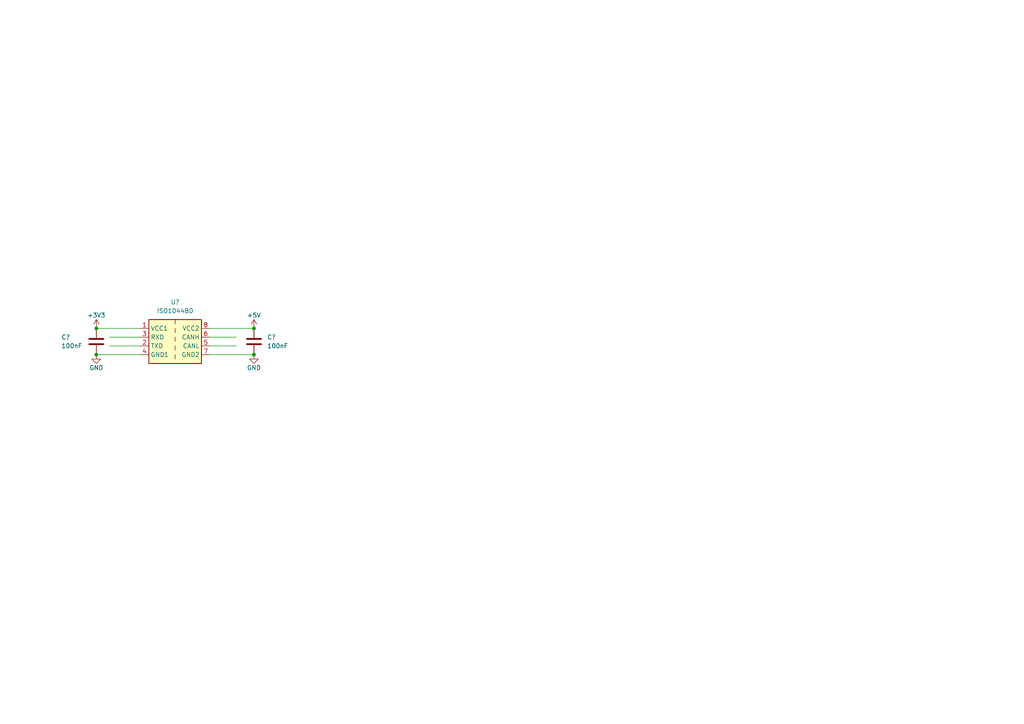
<source format=kicad_sch>
(kicad_sch (version 20250114) (generator "eeschema") (generator_version "9.0")
  (paper "A4")
  (lib_symbols
    (symbol "Device:C" (pin_numbers (hide yes)) (pin_names (offset 0.254))
      (property "Reference" "C" (at 0.635 2.54 0))
      (property "Value" "C" (at 0.635 -2.54 0))
      (symbol "C_0_1"
        (polyline (pts (xy -2.032 0.762) (xy 2.032 0.762)) (stroke (width 0.508)))
        (polyline (pts (xy -2.032 -0.762) (xy 2.032 -0.762)) (stroke (width 0.508)))
      )
      (symbol "C_1_1"
        (pin passive line (at 0 3.81 270) (length 2.794) (name "~") (number "1"))
        (pin passive line (at 0 -3.81 90) (length 2.794) (name "~") (number "2"))
      )
    )
    (symbol "Interface_CAN_LIN:ISO1044BD"
      (property "Reference" "U" (at -6.35 6.35 0))
      (property "Value" "ISO1044BD" (at 2.54 6.35 0))
      (symbol "ISO1044BD_0_1"
        (rectangle (start -7.62 5.08) (end 7.62 -7.62) (stroke (width 0.254)) (fill (type background)))
        (polyline (pts (xy 0 5.08) (xy 0 3.81)))
        (polyline (pts (xy 0 2.54) (xy 0 1.27)))
        (polyline (pts (xy 0 0) (xy 0 -1.27)))
        (polyline (pts (xy 0 -2.54) (xy 0 -3.81)))
        (polyline (pts (xy 0 -5.08) (xy 0 -6.35)))
      )
      (symbol "ISO1044BD_1_1"
        (pin power_in line (at -10.16 2.54 0) (length 2.54) (name "VCC1") (number "1"))
        (pin output line (at -10.16 0 0) (length 2.54) (name "RXD") (number "3"))
        (pin input line (at -10.16 -2.54 0) (length 2.54) (name "TXD") (number "2"))
        (pin power_in line (at -10.16 -5.08 0) (length 2.54) (name "GND1") (number "4"))
        (pin power_in line (at 10.16 2.54 180) (length 2.54) (name "VCC2") (number "8"))
        (pin bidirectional line (at 10.16 0 180) (length 2.54) (name "CANH") (number "6"))
        (pin bidirectional line (at 10.16 -2.54 180) (length 2.54) (name "CANL") (number "5"))
        (pin power_in line (at 10.16 -5.08 180) (length 2.54) (name "GND2") (number "7"))
      )
    )
    (symbol "power:+3V3" (power) (pin_numbers (hide yes)) (pin_names (offset 0) (hide yes))
      (property "Value" "+3V3" (at 0 3.556 0))
      (symbol "+3V3_0_1"
        (polyline (pts (xy -0.762 1.27) (xy 0 2.54)))
        (polyline (pts (xy 0 2.54) (xy 0.762 1.27)))
        (polyline (pts (xy 0 0) (xy 0 2.54)))
      )
      (symbol "+3V3_1_1"
        (pin power_in line (at 0 0 90) (length 0) (name "~") (number "1"))
      )
    )
    (symbol "power:+5V" (power) (pin_numbers (hide yes)) (pin_names (offset 0) (hide yes))
      (property "Value" "+5V" (at 0 3.556 0))
      (symbol "+5V_0_1"
        (polyline (pts (xy -0.762 1.27) (xy 0 2.54)))
        (polyline (pts (xy 0 2.54) (xy 0.762 1.27)))
        (polyline (pts (xy 0 0) (xy 0 2.54)))
      )
      (symbol "+5V_1_1"
        (pin power_in line (at 0 0 90) (length 0) (name "~") (number "1"))
      )
    )
    (symbol "power:GND" (power) (pin_numbers (hide yes)) (pin_names (offset 0) (hide yes))
      (property "Value" "GND" (at 0 -3.81 0))
      (symbol "GND_0_1"
        (polyline (pts (xy 0 0) (xy 0 -1.27) (xy 1.27 -1.27) (xy 0 -2.54) (xy -1.27 -1.27) (xy 0 -1.27)))
      )
      (symbol "GND_1_1"
        (pin power_in line (at 0 0 270) (length 0) (name "~") (number "1"))
      )
    )
  )
  (junction (at 27.94 102.87))
  (junction (at 73.66 95.25))
  (junction (at 27.94 95.25))
  (junction (at 73.66 102.87))
  (wire (pts (xy 60.96 95.25) (xy 73.66 95.25)))
  (wire (pts (xy 27.94 102.87) (xy 40.64 102.87)))
  (wire (pts (xy 60.96 97.79) (xy 68.58 97.79)))
  (wire (pts (xy 27.94 95.25) (xy 40.64 95.25)))
  (wire (pts (xy 31.75 100.33) (xy 40.64 100.33)))
  (wire (pts (xy 31.75 97.79) (xy 40.64 97.79)))
  (wire (pts (xy 60.96 100.33) (xy 68.58 100.33)))
  (wire (pts (xy 60.96 102.87) (xy 73.66 102.87)))
  (symbol (lib_id "power:GND") (at 27.94 102.87 0) (unit 1)
    (property "Reference" "#PWR012" (effects (hide yes)))
    (property "Value" "GND" (at 27.94 106.68 0))
    (property "Description" "Power symbol creates a global label with name \"GND\" , ground" (effects (hide yes)))
    (instances (project "" (path "" (reference "#PWR?") (unit 1))) (project "peripheral-mcu" (path "" (reference "#PWR012") (unit 1))))
  )
  (symbol (lib_id "Interface_CAN_LIN:ISO1044BD") (at 50.8 97.79 0) (unit 1)
    (property "Reference" "U5" (at 50.8 87.63 0))
    (property "Value" "ISO1044BD" (at 50.8 90.17 0))
    (property "Footprint" "Package_SO:SOIC-8_3.9x4.9mm_P1.27mm" (effects (hide yes)))
    (property "Datasheet" "https://www.ti.com/lit/ds/symlink/iso1044.pdf" (effects (hide yes)))
    (property "Description" "Isolated CAN FD Transceiver, SOIC-8" (effects (hide yes)))
    (property "Digi PN" "296-ISO1044BDRCT-ND" (effects (hide yes)))
    (property "MFG" "Texas Instruments" (effects (hide yes)))
    (property "MFG PN" "ISO1044BDR" (effects (hide yes)))
    (instances (project "" (path "" (reference "U?") (unit 1))) (project "" (path "" (reference "U2") (unit 1))) (project "peripheral-mcu" (path "" (reference "U5") (unit 1))))
  )
  (symbol (lib_id "power:GND") (at 73.66 102.87 0) (unit 1)
    (property "Reference" "#PWR022" (effects (hide yes)))
    (property "Value" "GND" (at 73.66 106.68 0))
    (property "Description" "Power symbol creates a global label with name \"GND\" , ground" (effects (hide yes)))
    (instances (project "" (path "" (reference "#PWR?") (unit 1))) (project "peripheral-mcu" (path "" (reference "#PWR022") (unit 1))))
  )
  (symbol (lib_id "power:+5V") (at 73.66 95.25 0) (unit 1)
    (property "Reference" "#PWR024" (effects (hide yes)))
    (property "Value" "+5V" (at 73.66 91.44 0))
    (property "Description" "Power symbol creates a global label with name \"+5V\"" (effects (hide yes)))
    (instances (project "" (path "" (reference "#PWR?") (unit 1))) (project "peripheral-mcu" (path "" (reference "#PWR024") (unit 1))))
  )
  (symbol (lib_id "Device:C") (at 27.94 99.06 0) (unit 1)
    (property "Reference" "C15" (at 17.78 97.79 0) (effects (justify left)))
    (property "Value" "100nF" (at 17.78 100.33 0) (effects (justify left)))
    (property "Footprint" "Capacitor_SMD:C_0805_2012Metric_Pad1.18x1.45mm_HandSolder" (effects (hide yes)))
    (property "Datasheet" "https://www.yageo.com/upload/media/product/productsearch/datasheet/mlcc/UPY-GPHC_X7R_6.3V-to-250V_24.pdf" (effects (hide yes)))
    (property "Description" "Unpolarized capacitor" (effects (hide yes)))
    (property "Digi PN" "311-1140-1-ND" (effects (hide yes)))
    (property "MFG" "Yageo" (effects (hide yes)))
    (property "MFG PN" "CC0805KRX7R9BB104" (effects (hide yes)))
    (instances (project "" (path "" (reference "C?") (unit 1))) (project "peripheral-mcu" (path "" (reference "C15") (unit 1))))
  )
  (symbol (lib_id "Device:C") (at 73.66 99.06 0) (unit 1)
    (property "Reference" "C16" (at 77.47 97.7899 0) (effects (justify left)))
    (property "Value" "100nF" (at 77.47 100.3299 0) (effects (justify left)))
    (property "Footprint" "Capacitor_SMD:C_0805_2012Metric_Pad1.18x1.45mm_HandSolder" (effects (hide yes)))
    (property "Datasheet" "https://www.yageo.com/upload/media/product/productsearch/datasheet/mlcc/UPY-GPHC_X7R_6.3V-to-250V_24.pdf" (effects (hide yes)))
    (property "Description" "Unpolarized capacitor" (effects (hide yes)))
    (property "Digi PN" "311-1140-1-ND" (effects (hide yes)))
    (property "MFG" "Yageo" (effects (hide yes)))
    (property "MFG PN" "CC0805KRX7R9BB104" (effects (hide yes)))
    (instances (project "" (path "" (reference "C?") (unit 1))) (project "peripheral-mcu" (path "" (reference "C16") (unit 1))))
  )
  (symbol (lib_id "power:+3V3") (at 27.94 95.25 0) (unit 1)
    (property "Reference" "#PWR023" (effects (hide yes)))
    (property "Value" "+3V3" (at 27.94 91.44 0))
    (property "Description" "Power symbol creates a global label with name \"+3V3\"" (effects (hide yes)))
    (instances (project "" (path "" (reference "#PWR?") (unit 1))) (project "peripheral-mcu" (path "" (reference "#PWR023") (unit 1))))
  )
)
</source>
